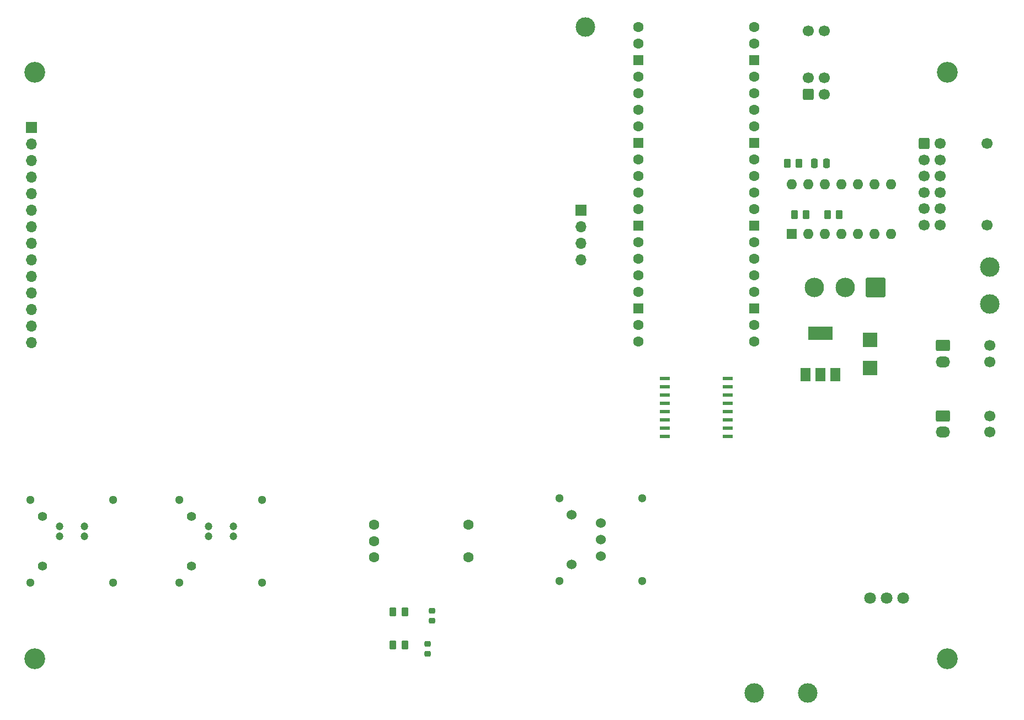
<source format=gbs>
%TF.GenerationSoftware,KiCad,Pcbnew,7.0.7*%
%TF.CreationDate,2024-02-03T16:35:20-08:00*%
%TF.ProjectId,Dyno22,44796e6f-3232-42e6-9b69-6361645f7063,rev?*%
%TF.SameCoordinates,Original*%
%TF.FileFunction,Soldermask,Bot*%
%TF.FilePolarity,Negative*%
%FSLAX46Y46*%
G04 Gerber Fmt 4.6, Leading zero omitted, Abs format (unit mm)*
G04 Created by KiCad (PCBNEW 7.0.7) date 2024-02-03 16:35:20*
%MOMM*%
%LPD*%
G01*
G04 APERTURE LIST*
G04 Aperture macros list*
%AMRoundRect*
0 Rectangle with rounded corners*
0 $1 Rounding radius*
0 $2 $3 $4 $5 $6 $7 $8 $9 X,Y pos of 4 corners*
0 Add a 4 corners polygon primitive as box body*
4,1,4,$2,$3,$4,$5,$6,$7,$8,$9,$2,$3,0*
0 Add four circle primitives for the rounded corners*
1,1,$1+$1,$2,$3*
1,1,$1+$1,$4,$5*
1,1,$1+$1,$6,$7*
1,1,$1+$1,$8,$9*
0 Add four rect primitives between the rounded corners*
20,1,$1+$1,$2,$3,$4,$5,0*
20,1,$1+$1,$4,$5,$6,$7,0*
20,1,$1+$1,$6,$7,$8,$9,0*
20,1,$1+$1,$8,$9,$2,$3,0*%
G04 Aperture macros list end*
%ADD10C,3.000000*%
%ADD11C,3.200000*%
%ADD12R,1.700000X1.700000*%
%ADD13O,1.700000X1.700000*%
%ADD14C,1.700000*%
%ADD15RoundRect,0.250000X-0.600000X-0.600000X0.600000X-0.600000X0.600000X0.600000X-0.600000X0.600000X0*%
%ADD16C,1.600200*%
%ADD17C,1.800000*%
%ADD18RoundRect,0.250000X0.600000X-0.600000X0.600000X0.600000X-0.600000X0.600000X-0.600000X-0.600000X0*%
%ADD19C,1.300000*%
%ADD20C,1.524000*%
%ADD21C,1.600000*%
%ADD22RoundRect,0.200000X-0.600000X-0.600000X0.600000X-0.600000X0.600000X0.600000X-0.600000X0.600000X0*%
%ADD23RoundRect,0.250000X-0.850000X-0.600000X0.850000X-0.600000X0.850000X0.600000X-0.850000X0.600000X0*%
%ADD24O,2.200000X1.700000*%
%ADD25C,1.400000*%
%ADD26C,1.200000*%
%ADD27R,1.600000X1.600000*%
%ADD28O,1.600000X1.600000*%
%ADD29RoundRect,0.102000X1.387500X1.387500X-1.387500X1.387500X-1.387500X-1.387500X1.387500X-1.387500X0*%
%ADD30C,2.979000*%
%ADD31RoundRect,0.250000X0.262500X0.450000X-0.262500X0.450000X-0.262500X-0.450000X0.262500X-0.450000X0*%
%ADD32R,1.600200X0.533400*%
%ADD33RoundRect,0.250000X-0.262500X-0.450000X0.262500X-0.450000X0.262500X0.450000X-0.262500X0.450000X0*%
%ADD34RoundRect,0.225000X0.250000X-0.225000X0.250000X0.225000X-0.250000X0.225000X-0.250000X-0.225000X0*%
%ADD35R,1.500000X2.000000*%
%ADD36R,3.800000X2.000000*%
%ADD37R,2.311400X2.260600*%
%ADD38RoundRect,0.250000X-0.250000X-0.475000X0.250000X-0.475000X0.250000X0.475000X-0.250000X0.475000X0*%
%ADD39RoundRect,0.225000X-0.250000X0.225000X-0.250000X-0.225000X0.250000X-0.225000X0.250000X0.225000X0*%
G04 APERTURE END LIST*
D10*
%TO.C,TP2*%
X191135000Y-137795000D03*
%TD*%
D11*
%TO.C,H3*%
X72500000Y-132500000D03*
%TD*%
D12*
%TO.C,J2*%
X72000000Y-51000000D03*
D13*
X72000000Y-53540000D03*
X72000000Y-56080000D03*
X72000000Y-58620000D03*
X72000000Y-61160000D03*
X72000000Y-63700000D03*
X72000000Y-66240000D03*
X72000000Y-68780000D03*
X72000000Y-71320000D03*
X72000000Y-73860000D03*
X72000000Y-76400000D03*
X72000000Y-78940000D03*
X72000000Y-81480000D03*
X72000000Y-84020000D03*
D12*
X156300000Y-63700000D03*
D13*
X156300000Y-66240000D03*
X156300000Y-68780000D03*
X156300000Y-71320000D03*
%TD*%
D10*
%TO.C,TP4*%
X219075000Y-78105000D03*
%TD*%
D14*
%TO.C,J4*%
X218635000Y-53460000D03*
X218635000Y-65960000D03*
D15*
X208955000Y-53460000D03*
D14*
X208955000Y-55960000D03*
X208955000Y-58460000D03*
X208955000Y-60960000D03*
X208955000Y-63460000D03*
X208955000Y-65960000D03*
X211455000Y-53460000D03*
X211455000Y-55960000D03*
X211455000Y-58460000D03*
X211455000Y-60960000D03*
X211455000Y-63460000D03*
X211455000Y-65960000D03*
%TD*%
D10*
%TO.C,TP5*%
X182880000Y-137795000D03*
%TD*%
D16*
%TO.C,Encoder*%
X139055000Y-111975000D03*
X139055000Y-116975000D03*
X124555000Y-111975000D03*
X124555000Y-114475000D03*
X124555000Y-116975000D03*
%TD*%
D17*
%TO.C,RV1*%
X205725000Y-123230000D03*
X203185000Y-123230000D03*
X200645000Y-123230000D03*
%TD*%
D14*
%TO.C,J7*%
X191175000Y-36195000D03*
X193675000Y-36195000D03*
D18*
X191175000Y-45875000D03*
D14*
X193675000Y-45875000D03*
X191175000Y-43375000D03*
X193675000Y-43375000D03*
%TD*%
D19*
%TO.C,S3*%
X152985000Y-107925000D03*
X152985000Y-120625000D03*
X165685000Y-107925000D03*
X165685000Y-120625000D03*
D20*
X154835000Y-118085000D03*
X154835000Y-110465000D03*
X159335000Y-116815000D03*
X159335000Y-111735000D03*
X159335000Y-114275000D03*
%TD*%
D21*
%TO.C,A1*%
X165100000Y-35560000D03*
X165100000Y-38100000D03*
D22*
X165100000Y-40640000D03*
D21*
X165100000Y-43180000D03*
X165100000Y-45720000D03*
X165100000Y-48260000D03*
X165100000Y-50800000D03*
D22*
X165100000Y-53340000D03*
D21*
X165100000Y-55880000D03*
X165100000Y-58420000D03*
X165100000Y-60960000D03*
X165100000Y-63500000D03*
D22*
X165100000Y-66040000D03*
D21*
X165100000Y-68580000D03*
X165100000Y-71120000D03*
X165141881Y-73660000D03*
X165100000Y-76200000D03*
D22*
X165100000Y-78740000D03*
D21*
X165100000Y-81280000D03*
X165100000Y-83820000D03*
X182880000Y-83820000D03*
X182880000Y-81280000D03*
D22*
X182880000Y-78740000D03*
D21*
X182880000Y-76200000D03*
X182880000Y-73660000D03*
X182880000Y-71120000D03*
X182880000Y-68580000D03*
D22*
X182880000Y-66040000D03*
D21*
X182880000Y-63500000D03*
X182880000Y-60960000D03*
X182880000Y-58420000D03*
X182880000Y-55880000D03*
D22*
X182880000Y-53340000D03*
D21*
X182880000Y-50800000D03*
X182880000Y-48260000D03*
X182880000Y-45720000D03*
X182880000Y-43180000D03*
D22*
X182880000Y-40640000D03*
D21*
X182880000Y-38100000D03*
X182880000Y-35560000D03*
%TD*%
D14*
%TO.C,J3*%
X219075000Y-84475000D03*
X219075000Y-86975000D03*
D23*
X211895000Y-84475000D03*
D24*
X211895000Y-86975000D03*
%TD*%
D10*
%TO.C,TP3*%
X156972000Y-35560000D03*
%TD*%
D19*
%TO.C,Back*%
X71850000Y-120865000D03*
X84550000Y-120865000D03*
X71850000Y-108165000D03*
X84550000Y-108165000D03*
D25*
X73700000Y-118325000D03*
D26*
X76290000Y-113755000D03*
X76290000Y-112235000D03*
X80110000Y-112235000D03*
X80110000Y-113755000D03*
D25*
X73700000Y-110705000D03*
%TD*%
D10*
%TO.C,TP1*%
X219075000Y-72390000D03*
%TD*%
D19*
%TO.C,Select*%
X94710000Y-120865000D03*
X107410000Y-120865000D03*
X94710000Y-108165000D03*
X107410000Y-108165000D03*
D25*
X96560000Y-118325000D03*
D26*
X99150000Y-113755000D03*
X99150000Y-112235000D03*
X102970000Y-112235000D03*
X102970000Y-113755000D03*
D25*
X96560000Y-110705000D03*
%TD*%
D11*
%TO.C,H4*%
X72500000Y-42500000D03*
%TD*%
%TO.C,H1*%
X212500000Y-132500000D03*
%TD*%
D27*
%TO.C,U2*%
X188690000Y-67310000D03*
D28*
X191230000Y-67310000D03*
X193770000Y-67310000D03*
X196310000Y-67310000D03*
X198850000Y-67310000D03*
X201390000Y-67310000D03*
X203930000Y-67310000D03*
X203930000Y-59690000D03*
X201390000Y-59690000D03*
X198850000Y-59690000D03*
X196310000Y-59690000D03*
X193770000Y-59690000D03*
X191230000Y-59690000D03*
X188690000Y-59690000D03*
%TD*%
D14*
%TO.C,J1*%
X219075000Y-95270000D03*
X219075000Y-97770000D03*
D23*
X211895000Y-95270000D03*
D24*
X211895000Y-97770000D03*
%TD*%
D29*
%TO.C,ON/OFF*%
X201550000Y-75565000D03*
D30*
X196850000Y-75565000D03*
X192150000Y-75565000D03*
%TD*%
D11*
%TO.C,H2*%
X212500000Y-42500000D03*
%TD*%
D31*
%TO.C,R19*%
X129277500Y-130390000D03*
X127452500Y-130390000D03*
%TD*%
D32*
%TO.C,U3*%
X169164000Y-98425000D03*
X169164000Y-97155000D03*
X169164000Y-95885000D03*
X169164000Y-94615000D03*
X169164000Y-93345000D03*
X169164000Y-92075000D03*
X169164000Y-90805000D03*
X169164000Y-89535000D03*
X178816000Y-89535000D03*
X178816000Y-90805000D03*
X178816000Y-92075000D03*
X178816000Y-93345000D03*
X178816000Y-94615000D03*
X178816000Y-95885000D03*
X178816000Y-97155000D03*
X178816000Y-98425000D03*
%TD*%
D33*
%TO.C,R12*%
X194127500Y-64350000D03*
X195952500Y-64350000D03*
%TD*%
D34*
%TO.C,C6*%
X132810000Y-131800000D03*
X132810000Y-130250000D03*
%TD*%
D31*
%TO.C,R8*%
X189785000Y-56515000D03*
X187960000Y-56515000D03*
%TD*%
%TO.C,R20*%
X129277500Y-125310000D03*
X127452500Y-125310000D03*
%TD*%
D35*
%TO.C,U1*%
X195340000Y-88900000D03*
X193040000Y-88900000D03*
D36*
X193040000Y-82600000D03*
D35*
X190740000Y-88900000D03*
%TD*%
D37*
%TO.C,C2*%
X200660000Y-83553300D03*
X200660000Y-87896700D03*
%TD*%
D38*
%TO.C,C4*%
X192090000Y-56515000D03*
X193990000Y-56515000D03*
%TD*%
D31*
%TO.C,R15*%
X190872500Y-64350000D03*
X189047500Y-64350000D03*
%TD*%
D39*
%TO.C,C7*%
X133445000Y-125170000D03*
X133445000Y-126720000D03*
%TD*%
M02*

</source>
